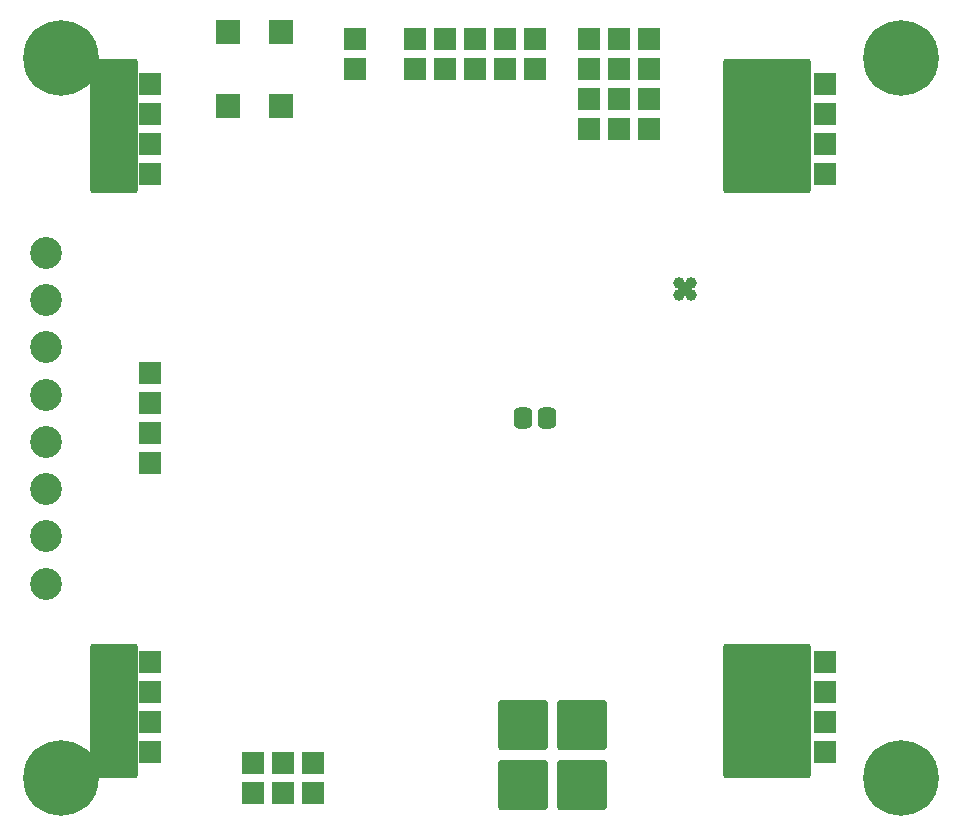
<source format=gbr>
%TF.GenerationSoftware,KiCad,Pcbnew,6.0.4-6f826c9f35~116~ubuntu20.04.1*%
%TF.CreationDate,2022-08-10T10:08:56+00:00*%
%TF.ProjectId,SOLARMINIBAT01A,534f4c41-524d-4494-9e49-424154303141,rev?*%
%TF.SameCoordinates,Original*%
%TF.FileFunction,Soldermask,Top*%
%TF.FilePolarity,Negative*%
%FSLAX46Y46*%
G04 Gerber Fmt 4.6, Leading zero omitted, Abs format (unit mm)*
G04 Created by KiCad (PCBNEW 6.0.4-6f826c9f35~116~ubuntu20.04.1) date 2022-08-10 10:08:56*
%MOMM*%
%LPD*%
G01*
G04 APERTURE LIST*
G04 Aperture macros list*
%AMRoundRect*
0 Rectangle with rounded corners*
0 $1 Rounding radius*
0 $2 $3 $4 $5 $6 $7 $8 $9 X,Y pos of 4 corners*
0 Add a 4 corners polygon primitive as box body*
4,1,4,$2,$3,$4,$5,$6,$7,$8,$9,$2,$3,0*
0 Add four circle primitives for the rounded corners*
1,1,$1+$1,$2,$3*
1,1,$1+$1,$4,$5*
1,1,$1+$1,$6,$7*
1,1,$1+$1,$8,$9*
0 Add four rect primitives between the rounded corners*
20,1,$1+$1,$2,$3,$4,$5,0*
20,1,$1+$1,$4,$5,$6,$7,0*
20,1,$1+$1,$6,$7,$8,$9,0*
20,1,$1+$1,$8,$9,$2,$3,0*%
G04 Aperture macros list end*
%ADD10C,6.400000*%
%ADD11RoundRect,0.200000X0.762000X-0.762000X0.762000X0.762000X-0.762000X0.762000X-0.762000X-0.762000X0*%
%ADD12RoundRect,0.200000X-0.762000X0.762000X-0.762000X-0.762000X0.762000X-0.762000X0.762000X0.762000X0*%
%ADD13RoundRect,0.200000X0.762000X0.762000X-0.762000X0.762000X-0.762000X-0.762000X0.762000X-0.762000X0*%
%ADD14RoundRect,0.200000X3.500000X-5.500000X3.500000X5.500000X-3.500000X5.500000X-3.500000X-5.500000X0*%
%ADD15RoundRect,0.200000X1.800000X-5.500000X1.800000X5.500000X-1.800000X5.500000X-1.800000X-5.500000X0*%
%ADD16RoundRect,0.200000X0.838200X-0.838200X0.838200X0.838200X-0.838200X0.838200X-0.838200X-0.838200X0*%
%ADD17RoundRect,0.450000X-0.350000X-0.450000X0.350000X-0.450000X0.350000X0.450000X-0.350000X0.450000X0*%
%ADD18RoundRect,0.200000X-1.905000X1.905000X-1.905000X-1.905000X1.905000X-1.905000X1.905000X1.905000X0*%
%ADD19C,2.700000*%
%ADD20C,1.000000*%
G04 APERTURE END LIST*
D10*
%TO.C,M4*%
X5080000Y66040000D03*
%TD*%
D11*
%TO.C,J1*%
X21336000Y3810000D03*
X21336000Y6350000D03*
X23876000Y3810000D03*
X23876000Y6350000D03*
X26416000Y3810000D03*
X26416000Y6350000D03*
%TD*%
D12*
%TO.C,J6*%
X54864000Y67691000D03*
X54864000Y65151000D03*
X52324000Y67691000D03*
X52324000Y65151000D03*
X49784000Y67691000D03*
X49784000Y65151000D03*
%TD*%
D13*
%TO.C,BT1*%
X12678000Y36830000D03*
X12678000Y34290000D03*
X12678000Y39370000D03*
X12678000Y31750000D03*
X69778000Y63850000D03*
X69778000Y7270000D03*
X69778000Y56230000D03*
X12678000Y14890000D03*
D14*
X64875000Y60325000D03*
D15*
X9630000Y10795000D03*
D13*
X12678000Y58770000D03*
X69778000Y14890000D03*
X12678000Y56230000D03*
D14*
X64875000Y10795000D03*
D13*
X69778000Y58770000D03*
X12678000Y63850000D03*
D15*
X9630000Y60325000D03*
D13*
X69778000Y9810000D03*
X69778000Y12350000D03*
X69778000Y61310000D03*
X12678000Y61310000D03*
X12678000Y7270000D03*
X12678000Y9810000D03*
X12678000Y12350000D03*
%TD*%
D10*
%TO.C,M1*%
X76200000Y66040000D03*
%TD*%
%TO.C,M3*%
X76200000Y5080000D03*
%TD*%
D11*
%TO.C,J4*%
X29972000Y65151000D03*
X29972000Y67691000D03*
%TD*%
%TO.C,P1*%
X35052000Y65151000D03*
X35052000Y67691000D03*
X37592000Y65151000D03*
X37592000Y67691000D03*
X40132000Y65151000D03*
X40132000Y67691000D03*
X42672000Y65151000D03*
X42672000Y67691000D03*
X45212000Y65151000D03*
X45212000Y67691000D03*
%TD*%
D16*
%TO.C,SW1*%
X19213000Y62001000D03*
X19213000Y68301000D03*
X23713000Y62001000D03*
X23713000Y68301000D03*
%TD*%
D10*
%TO.C,M2*%
X5080000Y5080000D03*
%TD*%
D17*
%TO.C,R4*%
X44212000Y35560000D03*
X46212000Y35560000D03*
%TD*%
D12*
%TO.C,J5*%
X54864000Y62611000D03*
X54864000Y60071000D03*
X52324000Y62611000D03*
X52324000Y60071000D03*
X49784000Y62611000D03*
X49784000Y60071000D03*
%TD*%
D18*
%TO.C,J2*%
X44196000Y9556000D03*
X49196000Y9556000D03*
%TD*%
%TO.C,J3*%
X44196000Y4476000D03*
X49196000Y4476000D03*
%TD*%
D19*
%TO.C,D8*%
X3810000Y21560000D03*
%TD*%
D20*
%TO.C,X1*%
X58412000Y46982000D03*
X57912000Y46482000D03*
X57412000Y46982000D03*
X58412000Y45982000D03*
X57412000Y45982000D03*
%TD*%
D19*
%TO.C,D1*%
X3810000Y49560000D03*
%TD*%
%TO.C,D5*%
X3810000Y33560000D03*
%TD*%
%TO.C,D4*%
X3810000Y37560000D03*
%TD*%
%TO.C,D6*%
X3810000Y29560000D03*
%TD*%
%TO.C,D3*%
X3810000Y41560000D03*
%TD*%
%TO.C,D7*%
X3810000Y25560000D03*
%TD*%
%TO.C,D2*%
X3810000Y45560000D03*
%TD*%
M02*

</source>
